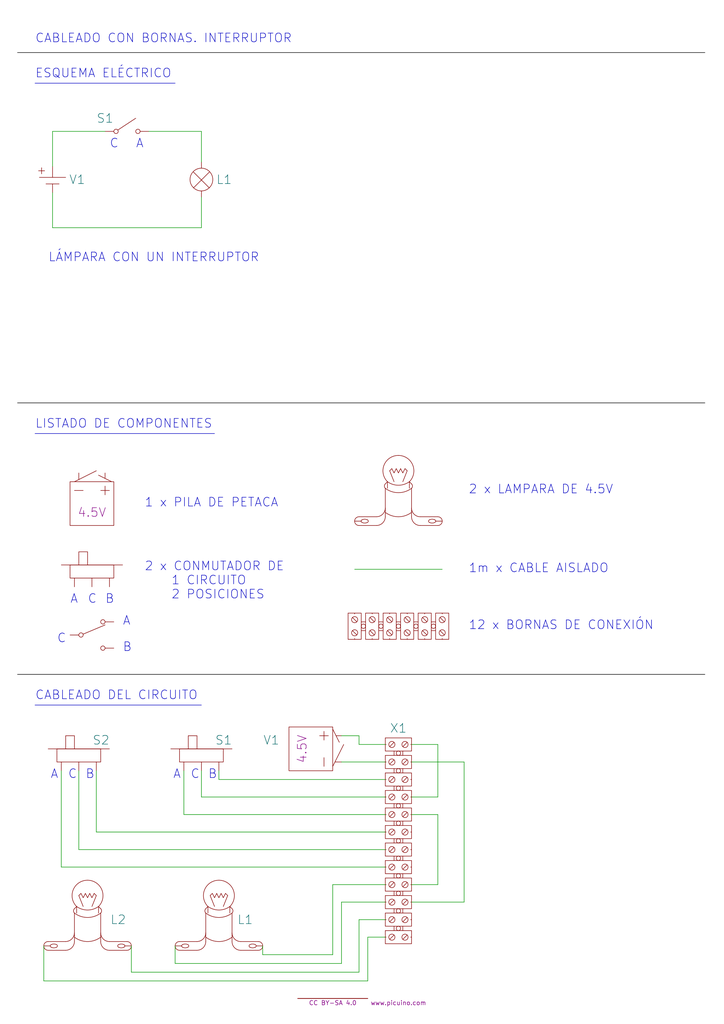
<source format=kicad_sch>
(kicad_sch (version 20211123) (generator eeschema)
  (paper "A4" portrait)
  (title_block (title "CABLEADO CON BORNAS. INTERRUPTOR") (date "14/12/2018") (company "www.picuino.com") (comment 1 "Copyright (c) 2018 by Carlos Pardo") (comment 2 "License CC BY-SA 4.0"))
  (lib_symbols
    (symbol "simbolos:CopyRight" (pin_names (offset 1.016))
      (property "License" "CC BY-SA 4.0" (at -1.27 -1.27 0))
      (property "Web" "www.picuino.com" (at 0 -1.27 0))
      (symbol "CopyRight_0_1"
        (polyline (pts (xy -10.16 0) (xy 10.16 0)) (stroke (width 0.2032)))
      )
    )
    (symbol "simbolos:Pila" (pin_names (offset 1.016))
      (property "Reference" "V" (at 5.08 -4.445 0))
      (symbol "Pila_0_1"
        (polyline (pts (xy -4.064 -1.27) (xy -2.286 -1.27)))
        (polyline (pts (xy -3.81 -3.175) (xy 3.81 -3.175)))
        (polyline (pts (xy -3.175 -0.381) (xy -3.175 -2.159)))
        (polyline (pts (xy -1.905 -5.08) (xy 1.905 -5.08)))
      )
      (symbol "Pila_1_1"
        (pin input line (at 0 -7.62 90) (length 2.54) (name "") (number ""))
        (pin input line (at 0 0 270) (length 3.175) (name "") (number ""))
      )
    )
    (symbol "simbolos:borna_12x2" (pin_names (offset 1.016))
      (property "Reference" "X" (at 3.81 3.81 0))
      (symbol "borna_12x2_0_1"
        (rectangle (start 0 -53.975) (end 7.62 -57.785))
        (rectangle (start 0 -48.895) (end 7.62 -52.705))
        (rectangle (start 0 -43.815) (end 7.62 -47.625))
        (rectangle (start 0 -38.735) (end 7.62 -42.545))
        (rectangle (start 0 -33.655) (end 7.62 -37.465))
        (rectangle (start 0 -28.575) (end 7.62 -32.385))
        (rectangle (start 0 -23.495) (end 7.62 -27.305))
        (rectangle (start 0 -18.415) (end 7.62 -22.225))
        (rectangle (start 0 -13.335) (end 7.62 -17.145))
        (rectangle (start 0 -8.255) (end 7.62 -12.065))
        (rectangle (start 0 -3.175) (end 7.62 -6.985))
        (polyline (pts (xy 1.27 -56.515) (xy 2.54 -55.245)))
        (polyline (pts (xy 1.27 -51.435) (xy 2.54 -50.165)))
        (polyline (pts (xy 1.27 -46.355) (xy 2.54 -45.085)))
        (polyline (pts (xy 1.27 -41.275) (xy 2.54 -40.005)))
        (polyline (pts (xy 1.27 -36.195) (xy 2.54 -34.925)))
        (polyline (pts (xy 1.27 -31.115) (xy 2.54 -29.845)))
        (polyline (pts (xy 1.27 -26.035) (xy 2.54 -24.765)))
        (polyline (pts (xy 1.27 -20.955) (xy 2.54 -19.685)))
        (polyline (pts (xy 1.27 -15.875) (xy 2.54 -14.605)))
        (polyline (pts (xy 1.27 -10.795) (xy 2.54 -9.525)))
        (polyline (pts (xy 1.27 -5.715) (xy 2.54 -4.445)))
        (polyline (pts (xy 1.27 -0.635) (xy 2.54 0.635)))
        (polyline (pts (xy 2.54 -53.975) (xy 2.54 -52.705)))
        (polyline (pts (xy 2.54 -48.895) (xy 2.54 -47.625)))
        (polyline (pts (xy 2.54 -43.815) (xy 2.54 -42.545)))
        (polyline (pts (xy 2.54 -38.735) (xy 2.54 -37.465)))
        (polyline (pts (xy 2.54 -33.655) (xy 2.54 -32.385)))
        (polyline (pts (xy 2.54 -28.575) (xy 2.54 -27.305)))
        (polyline (pts (xy 2.54 -23.495) (xy 2.54 -22.225)))
        (polyline (pts (xy 2.54 -18.415) (xy 2.54 -17.145)))
        (polyline (pts (xy 2.54 -13.335) (xy 2.54 -12.065)))
        (polyline (pts (xy 2.54 -8.255) (xy 2.54 -6.985)))
        (polyline (pts (xy 2.54 -3.175) (xy 2.54 -1.905)))
        (polyline (pts (xy 5.08 -56.515) (xy 6.35 -55.245)))
        (polyline (pts (xy 5.08 -53.975) (xy 5.08 -52.705)))
        (polyline (pts (xy 5.08 -51.435) (xy 6.35 -50.165)))
        (polyline (pts (xy 5.08 -48.895) (xy 5.08 -47.625)))
        (polyline (pts (xy 5.08 -46.355) (xy 6.35 -45.085)))
        (polyline (pts (xy 5.08 -43.815) (xy 5.08 -42.545)))
        (polyline (pts (xy 5.08 -41.275) (xy 6.35 -40.005)))
        (polyline (pts (xy 5.08 -38.735) (xy 5.08 -37.465)))
        (polyline (pts (xy 5.08 -36.195) (xy 6.35 -34.925)))
        (polyline (pts (xy 5.08 -33.655) (xy 5.08 -32.385)))
        (polyline (pts (xy 5.08 -31.115) (xy 6.35 -29.845)))
        (polyline (pts (xy 5.08 -28.575) (xy 5.08 -27.305)))
        (polyline (pts (xy 5.08 -26.035) (xy 6.35 -24.765)))
        (polyline (pts (xy 5.08 -23.495) (xy 5.08 -22.225)))
        (polyline (pts (xy 5.08 -20.955) (xy 6.35 -19.685)))
        (polyline (pts (xy 5.08 -18.415) (xy 5.08 -17.145)))
        (polyline (pts (xy 5.08 -15.875) (xy 6.35 -14.605)))
        (polyline (pts (xy 5.08 -13.335) (xy 5.08 -12.065)))
        (polyline (pts (xy 5.08 -10.795) (xy 6.35 -9.525)))
        (polyline (pts (xy 5.08 -8.255) (xy 5.08 -6.985)))
        (polyline (pts (xy 5.08 -5.715) (xy 6.35 -4.445)))
        (polyline (pts (xy 5.08 -3.175) (xy 5.08 -1.905)))
        (polyline (pts (xy 5.08 -0.635) (xy 6.35 0.635)))
        (rectangle (start 0 1.905) (end 7.62 -1.905))
        (circle (center 1.905 -55.88) (radius 0.889))
        (circle (center 1.905 -50.8) (radius 0.889))
        (circle (center 1.905 -45.72) (radius 0.889))
        (circle (center 1.905 -40.64) (radius 0.889))
        (circle (center 1.905 -35.56) (radius 0.889))
        (circle (center 1.905 -30.48) (radius 0.889))
        (circle (center 1.905 -25.4) (radius 0.889))
        (circle (center 1.905 -20.32) (radius 0.889))
        (circle (center 1.905 -15.24) (radius 0.889))
        (circle (center 1.905 -10.16) (radius 0.889))
        (circle (center 1.905 -5.08) (radius 0.889))
        (circle (center 1.905 0) (radius 0.889))
        (circle (center 3.81 -53.34) (radius 0.635))
        (circle (center 3.81 -48.26) (radius 0.635))
        (circle (center 3.81 -43.18) (radius 0.635))
        (circle (center 3.81 -38.1) (radius 0.635))
        (circle (center 3.81 -33.02) (radius 0.635))
        (circle (center 3.81 -27.94) (radius 0.635))
        (circle (center 3.81 -22.86) (radius 0.635))
        (circle (center 3.81 -17.78) (radius 0.635))
        (circle (center 3.81 -12.7) (radius 0.635))
        (circle (center 3.81 -7.62) (radius 0.635))
        (circle (center 3.81 -2.54) (radius 0.635))
        (circle (center 5.715 -55.88) (radius 0.889))
        (circle (center 5.715 -50.8) (radius 0.889))
        (circle (center 5.715 -45.72) (radius 0.889))
        (circle (center 5.715 -40.64) (radius 0.889))
        (circle (center 5.715 -35.56) (radius 0.889))
        (circle (center 5.715 -30.48) (radius 0.889))
        (circle (center 5.715 -25.4) (radius 0.889))
        (circle (center 5.715 -20.32) (radius 0.889))
        (circle (center 5.715 -15.24) (radius 0.889))
        (circle (center 5.715 -10.16) (radius 0.889))
        (circle (center 5.715 -5.08) (radius 0.889))
        (circle (center 5.715 0) (radius 0.889))
      )
      (symbol "borna_12x2_1_1"
        (pin input line (at 0 -55.88 0) (length 0.254) (name "") (number ""))
        (pin input line (at 0 -50.8 0) (length 0.254) (name "") (number ""))
        (pin input line (at 0 -45.72 0) (length 0.254) (name "") (number ""))
        (pin input line (at 0 -40.64 0) (length 0.254) (name "") (number ""))
        (pin input line (at 0 -35.56 0) (length 0.254) (name "") (number ""))
        (pin input line (at 0 -30.48 0) (length 0.254) (name "") (number ""))
        (pin input line (at 0 -25.4 0) (length 0.254) (name "") (number ""))
        (pin input line (at 0 -20.32 0) (length 0.254) (name "") (number ""))
        (pin input line (at 0 -15.24 0) (length 0.254) (name "") (number ""))
        (pin input line (at 0 -10.16 0) (length 0.254) (name "") (number ""))
        (pin input line (at 0 -5.08 0) (length 0.254) (name "") (number ""))
        (pin input line (at 0 0 0) (length 0.254) (name "") (number ""))
        (pin input line (at 7.62 -55.88 180) (length 0.254) (name "") (number ""))
        (pin input line (at 7.62 -50.8 180) (length 0.254) (name "") (number ""))
        (pin input line (at 7.62 -45.72 180) (length 0.254) (name "") (number ""))
        (pin input line (at 7.62 -40.64 180) (length 0.254) (name "") (number ""))
        (pin input line (at 7.62 -35.56 180) (length 0.254) (name "") (number ""))
        (pin input line (at 7.62 -30.48 180) (length 0.254) (name "") (number ""))
        (pin input line (at 7.62 -25.4 180) (length 0.254) (name "") (number ""))
        (pin input line (at 7.62 -20.32 180) (length 0.254) (name "") (number ""))
        (pin input line (at 7.62 -15.24 180) (length 0.254) (name "") (number ""))
        (pin input line (at 7.62 -10.16 180) (length 0.254) (name "") (number ""))
        (pin input line (at 7.62 -5.08 180) (length 0.254) (name "") (number ""))
        (pin input line (at 7.62 0 180) (length 0.254) (name "") (number ""))
      )
    )
    (symbol "simbolos:borna_6x2" (pin_names (offset 1.016))
      (property "Reference" "X" (at 3.81 3.81 0))
      (symbol "borna_6x2_0_1"
        (rectangle (start 0 -23.495) (end 7.62 -27.305))
        (rectangle (start 0 -18.415) (end 7.62 -22.225))
        (rectangle (start 0 -13.335) (end 7.62 -17.145))
        (rectangle (start 0 -8.255) (end 7.62 -12.065))
        (rectangle (start 0 -3.175) (end 7.62 -6.985))
        (polyline (pts (xy 1.27 -26.035) (xy 2.54 -24.765)))
        (polyline (pts (xy 1.27 -20.955) (xy 2.54 -19.685)))
        (polyline (pts (xy 1.27 -15.875) (xy 2.54 -14.605)))
        (polyline (pts (xy 1.27 -10.795) (xy 2.54 -9.525)))
        (polyline (pts (xy 1.27 -5.715) (xy 2.54 -4.445)))
        (polyline (pts (xy 1.27 -0.635) (xy 2.54 0.635)))
        (polyline (pts (xy 2.54 -23.495) (xy 2.54 -22.225)))
        (polyline (pts (xy 2.54 -18.415) (xy 2.54 -17.145)))
        (polyline (pts (xy 2.54 -13.335) (xy 2.54 -12.065)))
        (polyline (pts (xy 2.54 -8.255) (xy 2.54 -6.985)))
        (polyline (pts (xy 2.54 -3.175) (xy 2.54 -1.905)))
        (polyline (pts (xy 5.08 -26.035) (xy 6.35 -24.765)))
        (polyline (pts (xy 5.08 -23.495) (xy 5.08 -22.225)))
        (polyline (pts (xy 5.08 -20.955) (xy 6.35 -19.685)))
        (polyline (pts (xy 5.08 -18.415) (xy 5.08 -17.145)))
        (polyline (pts (xy 5.08 -15.875) (xy 6.35 -14.605)))
        (polyline (pts (xy 5.08 -13.335) (xy 5.08 -12.065)))
        (polyline (pts (xy 5.08 -10.795) (xy 6.35 -9.525)))
        (polyline (pts (xy 5.08 -8.255) (xy 5.08 -6.985)))
        (polyline (pts (xy 5.08 -5.715) (xy 6.35 -4.445)))
        (polyline (pts (xy 5.08 -3.175) (xy 5.08 -1.905)))
        (polyline (pts (xy 5.08 -0.635) (xy 6.35 0.635)))
        (rectangle (start 0 1.905) (end 7.62 -1.905))
        (circle (center 1.905 -25.4) (radius 0.889))
        (circle (center 1.905 -20.32) (radius 0.889))
        (circle (center 1.905 -15.24) (radius 0.889))
        (circle (center 1.905 -10.16) (radius 0.889))
        (circle (center 1.905 -5.08) (radius 0.889))
        (circle (center 1.905 0) (radius 0.889))
        (circle (center 3.81 -22.86) (radius 0.635))
        (circle (center 3.81 -17.78) (radius 0.635))
        (circle (center 3.81 -12.7) (radius 0.635))
        (circle (center 3.81 -7.62) (radius 0.635))
        (circle (center 3.81 -2.54) (radius 0.635))
        (circle (center 5.715 -25.4) (radius 0.889))
        (circle (center 5.715 -20.32) (radius 0.889))
        (circle (center 5.715 -15.24) (radius 0.889))
        (circle (center 5.715 -10.16) (radius 0.889))
        (circle (center 5.715 -5.08) (radius 0.889))
        (circle (center 5.715 0) (radius 0.889))
      )
      (symbol "borna_6x2_1_1"
        (pin input line (at 0 -25.4 0) (length 0.254) (name "") (number ""))
        (pin input line (at 0 -20.32 0) (length 0.254) (name "") (number ""))
        (pin input line (at 0 -15.24 0) (length 0.254) (name "") (number ""))
        (pin input line (at 0 -10.16 0) (length 0.254) (name "") (number ""))
        (pin input line (at 0 -5.08 0) (length 0.254) (name "") (number ""))
        (pin input line (at 0 0 0) (length 0.254) (name "") (number ""))
        (pin input line (at 7.62 -25.4 180) (length 0.254) (name "") (number ""))
        (pin input line (at 7.62 -20.32 180) (length 0.254) (name "") (number ""))
        (pin input line (at 7.62 -15.24 180) (length 0.254) (name "") (number ""))
        (pin input line (at 7.62 -10.16 180) (length 0.254) (name "") (number ""))
        (pin input line (at 7.62 -5.08 180) (length 0.254) (name "") (number ""))
        (pin input line (at 7.62 0 180) (length 0.254) (name "") (number ""))
      )
    )
    (symbol "simbolos:conmutador" (pin_names (offset 1.016))
      (property "Reference" "S" (at 4.445 3.175 0))
      (symbol "conmutador_0_0"
        (circle (center 3.175 0) (radius 0.635))
        (circle (center 9.525 -3.81) (radius 0.635))
        (circle (center 9.525 3.81) (radius 0.635))
      )
      (symbol "conmutador_0_1"
        (polyline (pts (xy 10.16 2.921) (xy 3.81 0.254)))
      )
      (symbol "conmutador_1_1"
        (pin input line (at 0 0 0) (length 2.54) (name "") (number ""))
        (pin input line (at 12.7 -3.81 180) (length 2.54) (name "") (number ""))
        (pin input line (at 12.7 3.81 180) (length 2.54) (name "") (number ""))
      )
    )
    (symbol "simbolos:interruptor" (pin_names (offset 1.016))
      (property "Reference" "S" (at 4.445 3.175 0))
      (symbol "interruptor_0_0"
        (polyline (pts (xy 8.89 3.81) (xy 3.683 0.381)))
        (circle (center 3.175 0) (radius 0.635))
        (circle (center 9.525 0) (radius 0.635))
      )
      (symbol "interruptor_1_1"
        (pin input line (at 0 0 0) (length 2.54) (name "") (number ""))
        (pin input line (at 12.7 0 180) (length 2.54) (name "") (number ""))
      )
    )
    (symbol "simbolos:lampara" (pin_names (offset 1.016))
      (property "Reference" "L" (at 4.445 -5.08 0))
      (symbol "lampara_0_1"
        (circle (center 0 -5.08) (radius 3.302))
        (polyline (pts (xy -2.286 -7.493) (xy 2.286 -2.921)))
        (polyline (pts (xy -2.286 -2.921) (xy 2.286 -7.493)))
      )
      (symbol "lampara_1_1"
        (pin input line (at 0 -10.16 90) (length 1.778) (name "") (number ""))
        (pin input line (at 0 0 270) (length 1.778) (name "") (number ""))
      )
    )
    (symbol "simbolos:lampara_pack" (pin_names (offset 1.016))
      (property "Reference" "L" (at 17.78 6.35 0))
      (symbol "lampara_pack_0_1"
        (polyline (pts (xy 1.27 -1.27) (xy 6.35 -1.27)))
        (polyline (pts (xy 6.35 1.27) (xy 1.27 1.27)))
        (polyline (pts (xy 8.89 1.27) (xy 8.89 9.525)))
        (polyline (pts (xy 8.89 10.795) (xy 9.525 11.43)))
        (polyline (pts (xy 9.525 11.43) (xy 9.525 9.525)))
        (polyline (pts (xy 11.43 11.43) (xy 10.16 14.605)))
        (polyline (pts (xy 13.97 11.43) (xy 15.24 14.605)))
        (polyline (pts (xy 15.875 11.43) (xy 15.875 9.525)))
        (polyline (pts (xy 16.51 1.27) (xy 16.51 9.525)))
        (polyline (pts (xy 16.51 10.795) (xy 15.875 11.43)))
        (polyline (pts (xy 19.05 1.27) (xy 24.13 1.27)))
        (polyline (pts (xy 24.13 -1.27) (xy 19.05 -1.27)))
        (polyline (pts (xy 10.16 14.605) (xy 10.795 15.24) (xy 11.43 13.97) (xy 12.065 15.24) (xy 12.7 13.97) (xy 13.335 15.24) (xy 13.97 13.97) (xy 14.605 15.24) (xy 15.24 14.605)))
        (arc (start 1.27 1.27) (mid 0 0) (end 1.27 -1.27))
        (arc (start 2.159 -0.381) (mid 2.921 -0.5609) (end 3.683 -0.381))
        (arc (start 2.159 0.381) (mid 1.8844 0) (end 2.159 -0.381))
        (arc (start 3.683 -0.381) (mid 3.9576 0) (end 3.683 0.381))
        (arc (start 3.683 0.381) (mid 2.921 0.5609) (end 2.159 0.381))
        (arc (start 6.35 -1.27) (mid 8.1297 -0.5171) (end 8.89 1.27))
        (arc (start 6.35 1.27) (mid 8.1297 2.0229) (end 8.89 3.81))
        (arc (start 8.89 2.54) (mid 12.7 1.27) (end 16.51 2.54))
        (arc (start 8.89 9.525) (mid 12.7 8.255) (end 16.51 9.525))
        (arc (start 8.89 10.795) (mid 8.627 10.16) (end 8.89 9.525))
        (arc (start 9.525 11.43) (mid 12.7 10.4125) (end 15.875 11.43))
        (arc (start 12.7 19.05) (mid 8.5493 16.3021) (end 9.525 11.43))
        (arc (start 15.875 11.43) (mid 16.8357 16.2958) (end 12.7 19.05))
        (arc (start 16.51 1.27) (mid 17.2523 -0.5349) (end 19.05 -1.27))
        (arc (start 16.51 3.81) (mid 17.2523 2.0051) (end 19.05 1.27))
        (arc (start 16.51 9.525) (mid 16.773 10.16) (end 16.51 10.795))
        (arc (start 21.717 -0.381) (mid 22.479 -0.5609) (end 23.241 -0.381))
        (arc (start 21.717 0.381) (mid 21.4424 0) (end 21.717 -0.381))
        (arc (start 23.241 -0.381) (mid 23.5156 0) (end 23.241 0.381))
        (arc (start 23.241 0.381) (mid 22.479 0.5609) (end 21.717 0.381))
        (arc (start 24.13 -1.27) (mid 25.4 0) (end 24.13 1.27))
      )
      (symbol "lampara_pack_1_1"
        (pin input line (at 0 0 0) (length 1.905) (name "") (number ""))
        (pin input line (at 25.4 0 180) (length 1.905) (name "") (number ""))
      )
    )
    (symbol "simbolos:pila_petaca" (pin_names (offset 1.016))
      (property "Reference" "V" (at 11.43 -8.89 0))
      (property "V" "4.5V" (at 3.81 -12.7 0))
      (symbol "pila_petaca_0_1"
        (rectangle (start -2.54 -2.54) (end 10.16 -15.24))
        (polyline (pts (xy -1.27 -5.08) (xy 1.27 -5.08)))
        (polyline (pts (xy -1.27 -2.54) (xy 5.08 0.635)))
        (polyline (pts (xy 7.62 -3.81) (xy 7.62 -6.35)))
        (polyline (pts (xy 8.89 -5.08) (xy 6.35 -5.08)))
        (polyline (pts (xy 9.525 -2.54) (xy 5.715 -0.635)))
      )
      (symbol "pila_petaca_1_1"
        (pin input line (at 0 0 270) (length 1.905) (name "") (number ""))
        (pin input line (at 7.62 0 270) (length 1.524) (name "") (number ""))
      )
    )
    (symbol "simbolos:selector_pack" (pin_names (offset 1.016))
      (property "Reference" "S" (at 11.43 8.89 0))
      (symbol "selector_pack_0_1"
        (rectangle (start -1.27 6.35) (end 11.43 2.54))
        (polyline (pts (xy 13.97 6.35) (xy -3.81 6.35)))
        (polyline (pts (xy 1.27 6.35) (xy 1.27 10.16) (xy 3.81 10.16) (xy 3.81 6.35)))
      )
      (symbol "selector_pack_1_1"
        (pin input line (at 0 0 90) (length 2.54) (name "") (number ""))
        (pin input line (at 5.08 0 90) (length 2.54) (name "") (number ""))
        (pin input line (at 10.16 0 90) (length 2.54) (name "") (number ""))
      )
    )
  )
  (wire (pts (xy 127 231.14) (xy 127 215.9)))
  (wire (pts (xy 50.8 279.4) (xy 99.06 279.4)))
  (wire (pts (xy 58.42 66.04) (xy 15.24 66.04)))
  (wire (pts (xy 76.2 274.32) (xy 76.2 276.86)))
  (wire (pts (xy 22.86 246.38) (xy 111.76 246.38)))
  (wire (pts (xy 127 236.22) (xy 127 256.54)))
  (wire (pts (xy 111.76 226.06) (xy 63.5 226.06)))
  (wire (pts (xy 119.38 231.14) (xy 127 231.14)))
  (polyline (pts (xy 5.08 195.58) (xy 204.47 195.58)) (stroke (width 0) (type solid) (color 0 0 0 1)))
  (wire (pts (xy 38.1 281.94) (xy 104.14 281.94)))
  (polyline (pts (xy 5.08 116.84) (xy 204.47 116.84)) (stroke (width 0) (type solid) (color 0 0 0 1)))
  (wire (pts (xy 50.8 274.32) (xy 50.8 279.4)))
  (wire (pts (xy 22.86 223.52) (xy 22.86 246.38)))
  (wire (pts (xy 111.76 271.78) (xy 106.68 271.78)))
  (wire (pts (xy 63.5 226.06) (xy 63.5 223.52)))
  (wire (pts (xy 119.38 261.62) (xy 134.62 261.62)))
  (wire (pts (xy 106.68 271.78) (xy 106.68 284.48)))
  (wire (pts (xy 12.7 284.48) (xy 12.7 274.32)))
  (wire (pts (xy 106.68 284.48) (xy 12.7 284.48)))
  (wire (pts (xy 111.76 251.46) (xy 17.78 251.46)))
  (polyline (pts (xy 10.16 204.47) (xy 58.42 204.47)) (stroke (width 0) (type solid)))
  (wire (pts (xy 127 215.9) (xy 119.38 215.9)))
  (wire (pts (xy 104.14 215.9) (xy 111.76 215.9)))
  (wire (pts (xy 119.38 236.22) (xy 127 236.22)))
  (wire (pts (xy 99.06 220.98) (xy 111.76 220.98)))
  (wire (pts (xy 111.76 236.22) (xy 53.34 236.22)))
  (wire (pts (xy 27.94 241.3) (xy 27.94 223.52)))
  (wire (pts (xy 134.62 261.62) (xy 134.62 220.98)))
  (wire (pts (xy 76.2 276.86) (xy 96.52 276.86)))
  (wire (pts (xy 15.24 38.1) (xy 30.48 38.1)))
  (wire (pts (xy 134.62 220.98) (xy 119.38 220.98)))
  (wire (pts (xy 17.78 223.52) (xy 17.78 251.46)))
  (wire (pts (xy 127 256.54) (xy 119.38 256.54)))
  (wire (pts (xy 58.42 57.15) (xy 58.42 66.04)))
  (wire (pts (xy 53.34 236.22) (xy 53.34 223.52)))
  (wire (pts (xy 15.24 66.04) (xy 15.24 55.88)))
  (wire (pts (xy 104.14 213.36) (xy 99.06 213.36)))
  (wire (pts (xy 43.18 38.1) (xy 58.42 38.1)))
  (wire (pts (xy 58.42 38.1) (xy 58.42 46.99)))
  (wire (pts (xy 96.52 256.54) (xy 96.52 276.86)))
  (wire (pts (xy 99.06 261.62) (xy 99.06 279.4)))
  (polyline (pts (xy 10.16 125.73) (xy 62.23 125.73)) (stroke (width 0) (type solid)))
  (wire (pts (xy 102.87 165.1) (xy 128.27 165.1)))
  (wire (pts (xy 58.42 223.52) (xy 58.42 231.14)))
  (polyline (pts (xy 5.08 15.24) (xy 204.47 15.24)) (stroke (width 0) (type solid) (color 0 0 0 1)))
  (wire (pts (xy 38.1 274.32) (xy 38.1 281.94)))
  (wire (pts (xy 111.76 241.3) (xy 27.94 241.3)))
  (wire (pts (xy 58.42 231.14) (xy 111.76 231.14)))
  (wire (pts (xy 104.14 266.7) (xy 104.14 281.94)))
  (wire (pts (xy 96.52 256.54) (xy 111.76 256.54)))
  (wire (pts (xy 15.24 48.26) (xy 15.24 38.1)))
  (wire (pts (xy 99.06 261.62) (xy 111.76 261.62)))
  (wire (pts (xy 104.14 266.7) (xy 111.76 266.7)))
  (polyline (pts (xy 10.16 24.13) (xy 50.8 24.13)) (stroke (width 0) (type solid)))
  (wire (pts (xy 104.14 215.9) (xy 104.14 213.36)))
  (text "B" (at 35.56 189.23 0) (effects (font (size 2.54 2.54)) (justify left bottom)))
  (text "12 x BORNAS DE CONEXIÓN" (at 135.89 182.88 0) (effects (font (size 2.54 2.54)) (justify left bottom)))
  (text "C" (at 19.685 226.06 0) (effects (font (size 2.54 2.54)) (justify left bottom)))
  (text "2 x LAMPARA DE 4.5V" (at 135.89 143.51 0) (effects (font (size 2.54 2.54)) (justify left bottom)))
  (text "C" (at 31.75 43.18 0) (effects (font (size 2.54 2.54)) (justify left bottom)))
  (text "C" (at 55.245 226.06 0) (effects (font (size 2.54 2.54)) (justify left bottom)))
  (text "1m x CABLE AISLADO" (at 135.89 166.37 0) (effects (font (size 2.54 2.54)) (justify left bottom)))
  (text "B" (at 24.765 226.06 0) (effects (font (size 2.54 2.54)) (justify left bottom)))
  (text "LISTADO DE COMPONENTES" (at 10.16 124.46 0) (effects (font (size 2.54 2.54)) (justify left bottom)))
  (text "A" (at 50.165 226.06 0) (effects (font (size 2.54 2.54)) (justify left bottom)))
  (text "B" (at 30.48 175.26 0) (effects (font (size 2.54 2.54)) (justify left bottom)))
  (text "A" (at 39.37 43.18 0) (effects (font (size 2.54 2.54)) (justify left bottom)))
  (text "A" (at 35.56 181.61 0) (effects (font (size 2.54 2.54)) (justify left bottom)))
  (text "CABLEADO CON BORNAS. INTERRUPTOR" (at 10.16 12.7 0) (effects (font (size 2.54 2.54)) (justify left bottom)))
  (text "C" (at 16.51 186.69 0) (effects (font (size 2.54 2.54)) (justify left bottom)))
  (text "A" (at 14.605 226.06 0) (effects (font (size 2.54 2.54)) (justify left bottom)))
  (text "2 x CONMUTADOR DE\n    1 CIRCUITO\n    2 POSICIONES" (at 41.91 173.99 0) (effects (font (size 2.54 2.54)) (justify left bottom)))
  (text "A" (at 20.32 175.26 0) (effects (font (size 2.54 2.54)) (justify left bottom)))
  (text "1 x PILA DE PETACA" (at 41.91 147.32 0) (effects (font (size 2.54 2.54)) (justify left bottom)))
  (text "LÁMPARA CON UN INTERRUPTOR" (at 13.97 76.2 0) (effects (font (size 2.54 2.54)) (justify left bottom)))
  (text "CABLEADO DEL CIRCUITO" (at 10.16 203.2 0) (effects (font (size 2.54 2.54)) (justify left bottom)))
  (text "C" (at 25.4 175.26 0) (effects (font (size 2.54 2.54)) (justify left bottom)))
  (text "ESQUEMA ELÉCTRICO" (at 10.16 22.86 0) (effects (font (size 2.54 2.54)) (justify left bottom)))
  (text "B" (at 60.325 226.06 0) (effects (font (size 2.54 2.54)) (justify left bottom)))
  (symbol (lib_id "simbolos:CopyRight") (at 96.52 289.56 0) (unit 1)
    (property "Reference" "CP1" (effects hide))
    (property "Value" "CopyRight" (effects hide))
    (property "License" "CC BY-SA 4.0" (at 96.52 290.83 0))
    (property "Web" "www.picuino.com" (at 115.57 290.83 0))
  )
  (symbol (lib_id "simbolos:borna_12x2") (at 111.76 215.9 0) (unit 1)
    (property "Reference" "X1" (at 115.57 211.1756 0) (effects (font (size 2.54 2.54))))
    (property "Value" "borna_12x2" (effects hide))
  )
  (symbol (lib_id "simbolos:pila_petaca") (at 99.06 220.98 270) (mirror x) (unit 1)
    (property "Reference" "V1" (at 76.2 214.63 90) (effects (font (size 2.54 2.54)) (justify left)))
    (property "Value" "pila_petaca" (effects hide))
    (property "V" "4.5V" (at 87.63 217.17 0) (effects (font (size 2.54 2.54))))
  )
  (symbol (lib_id "simbolos:pila_petaca") (at 22.86 137.16 0) (unit 1)
    (property "Reference" "V?" (effects hide))
    (property "Value" "pila_petaca" (effects hide))
    (property "V" "4.5V" (at 26.67 148.59 0) (effects (font (size 2.54 2.54))))
  )
  (symbol (lib_id "simbolos:Pila") (at 15.24 48.26 0) (unit 1)
    (property "Reference" "V1" (at 19.8882 52.07 0) (effects (font (size 2.54 2.54)) (justify left)))
    (property "Value" "Pila" (effects hide))
  )
  (symbol (lib_id "simbolos:interruptor") (at 30.48 38.1 0) (unit 1)
    (property "Reference" "S1" (at 30.48 34.29 0) (effects (font (size 2.54 2.54))))
    (property "Value" "interruptor" (effects hide))
  )
  (symbol (lib_id "simbolos:lampara") (at 58.42 46.99 0) (unit 1)
    (property "Reference" "L1" (at 62.5602 52.07 0) (effects (font (size 2.54 2.54)) (justify left)))
    (property "Value" "lampara" (effects hide))
  )
  (symbol (lib_id "simbolos:lampara_pack") (at 50.8 274.32 0) (unit 1)
    (property "Reference" "L1" (at 71.12 266.7 0) (effects (font (size 2.54 2.54))))
    (property "Value" "lampara_pack" (effects hide))
  )
  (symbol (lib_id "simbolos:lampara_pack") (at 12.7 274.32 0) (unit 1)
    (property "Reference" "L2" (at 34.29 266.7 0) (effects (font (size 2.54 2.54))))
    (property "Value" "lampara_pack" (effects hide))
  )
  (symbol (lib_id "simbolos:borna_6x2") (at 128.27 177.8 270) (unit 1)
    (property "Reference" "X?" (effects hide))
    (property "Value" "borna_6x2" (effects hide))
  )
  (symbol (lib_id "simbolos:conmutador") (at 20.32 184.15 0) (unit 1)
    (property "Reference" "S?" (effects hide))
    (property "Value" "conmutador" (effects hide))
  )
  (symbol (lib_id "simbolos:selector_pack") (at 53.34 223.52 0) (unit 1)
    (property "Reference" "S1" (at 62.23 214.63 0) (effects (font (size 2.54 2.54)) (justify left)))
    (property "Value" "selector_pack" (effects hide))
  )
  (symbol (lib_id "simbolos:selector_pack") (at 17.78 223.52 0) (unit 1)
    (property "Reference" "S2" (at 26.67 214.63 0) (effects (font (size 2.54 2.54)) (justify left)))
    (property "Value" "selector_pack" (effects hide))
  )
  (symbol (lib_id "simbolos:selector_pack") (at 21.59 170.18 0) (unit 1)
    (property "Reference" "S?" (effects hide))
    (property "Value" "selector_pack" (effects hide))
  )
  (symbol (lib_id "simbolos:lampara_pack") (at 102.87 151.13 0) (unit 1)
    (property "Reference" "L?" (effects hide))
    (property "Value" "lampara_pack" (effects hide))
  )
  (sheet (at 218.44 29.21) (size 66.04 7.62)
    (property "Sheet name" "2" (at 218.44 27.8634 0) (effects (font (size 2.54 2.54)) (justify left bottom)))
    (property "Sheet file" "electric-bornas-interruptor-2.kicad_sch" (at 218.44 37.9226 0) (effects (font (size 2.54 2.54)) (justify left top)))
  )
)
</source>
